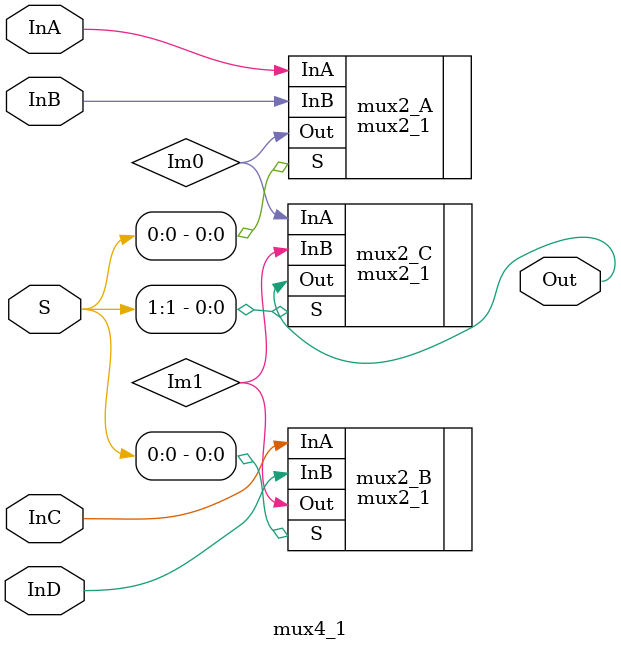
<source format=v>
module mux4_1(Out, InA, InB, InC, InD, S);

  input InA;
  input InB;
  input InC;
  input InD;
  input [1:0] S;
  output Out;
  wire Im0, Im1;
  
  mux2_1 mux2_A(.Out(Im0), .InA(InA), .InB(InB), .S(S[0])); 
  mux2_1 mux2_B(.Out(Im1), .InA(InC), .InB(InD), .S(S[0])); 
  mux2_1 mux2_C(.Out(Out), .InA(Im0), .InB(Im1), .S(S[1]));

endmodule

</source>
